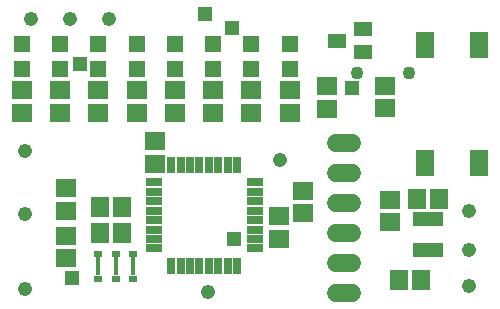
<source format=gts>
G75*
G70*
%OFA0B0*%
%FSLAX24Y24*%
%IPPOS*%
%LPD*%
%AMOC8*
5,1,8,0,0,1.08239X$1,22.5*
%
%ADD10R,0.0671X0.0592*%
%ADD11R,0.0552X0.0552*%
%ADD12C,0.0600*%
%ADD13R,0.0580X0.0300*%
%ADD14R,0.0300X0.0580*%
%ADD15R,0.0592X0.0671*%
%ADD16R,0.0631X0.0907*%
%ADD17R,0.0198X0.0474*%
%ADD18R,0.0315X0.0197*%
%ADD19R,0.0157X0.0630*%
%ADD20R,0.0631X0.0474*%
%ADD21C,0.0434*%
%ADD22R,0.0476X0.0476*%
%ADD23C,0.0476*%
D10*
X002742Y002016D03*
X002742Y002764D03*
X002742Y003609D03*
X002742Y004357D03*
X002542Y006876D03*
X002542Y007624D03*
X003817Y007624D03*
X003817Y006876D03*
X005092Y006876D03*
X005092Y007624D03*
X006367Y007624D03*
X006367Y006876D03*
X005692Y005924D03*
X005692Y005176D03*
X007642Y006876D03*
X007642Y007624D03*
X008917Y007624D03*
X008917Y006876D03*
X010192Y006876D03*
X010192Y007624D03*
X011442Y007749D03*
X011442Y007001D03*
X013352Y007026D03*
X013352Y007774D03*
X010642Y004274D03*
X010642Y003526D03*
X009842Y003424D03*
X009842Y002676D03*
X013542Y003226D03*
X013542Y003974D03*
X001267Y006876D03*
X001267Y007624D03*
D11*
X001267Y008337D03*
X001267Y009163D03*
X002542Y009163D03*
X002542Y008337D03*
X003817Y008337D03*
X003817Y009163D03*
X005092Y009163D03*
X005092Y008337D03*
X006367Y008337D03*
X006367Y009163D03*
X007642Y009163D03*
X007642Y008337D03*
X008917Y008337D03*
X008917Y009163D03*
X010192Y009163D03*
X010192Y008337D03*
D12*
X011732Y005875D02*
X012252Y005875D01*
X012252Y004875D02*
X011732Y004875D01*
X011732Y003875D02*
X012252Y003875D01*
X012252Y002875D02*
X011732Y002875D01*
X011732Y001875D02*
X012252Y001875D01*
X012252Y000875D02*
X011732Y000875D01*
D13*
X009032Y002348D03*
X009032Y002663D03*
X009032Y002978D03*
X009032Y003293D03*
X009032Y003607D03*
X009032Y003922D03*
X009032Y004237D03*
X009032Y004552D03*
X005652Y004552D03*
X005652Y004237D03*
X005652Y003922D03*
X005652Y003607D03*
X005652Y003293D03*
X005652Y002978D03*
X005652Y002663D03*
X005652Y002348D03*
D14*
X006239Y001760D03*
X006554Y001760D03*
X006869Y001760D03*
X007184Y001760D03*
X007499Y001760D03*
X007814Y001760D03*
X008129Y001760D03*
X008444Y001760D03*
X008444Y005140D03*
X008129Y005140D03*
X007814Y005140D03*
X007499Y005140D03*
X007184Y005140D03*
X006869Y005140D03*
X006554Y005140D03*
X006239Y005140D03*
D15*
X004616Y003725D03*
X003868Y003725D03*
X003868Y002875D03*
X004616Y002875D03*
X013818Y001300D03*
X014566Y001300D03*
X014418Y004000D03*
X015166Y004000D03*
D16*
X014716Y005181D03*
X016487Y005181D03*
X016487Y009119D03*
X014716Y009119D03*
D17*
X014792Y003339D03*
X014989Y003339D03*
X015185Y003339D03*
X014595Y003339D03*
X014398Y003339D03*
X014398Y002284D03*
X014595Y002284D03*
X014792Y002284D03*
X014989Y002284D03*
X015185Y002284D03*
D18*
X004982Y002163D03*
X004392Y002163D03*
X003801Y002163D03*
X003801Y001337D03*
X004392Y001337D03*
X004982Y001337D03*
D19*
X004982Y001750D03*
X004392Y001750D03*
X003801Y001750D03*
D20*
X011784Y009275D03*
X012650Y008901D03*
X012650Y009649D03*
D21*
X012426Y008200D03*
X014158Y008200D03*
D22*
X012267Y007700D03*
X008267Y009700D03*
X007367Y010150D03*
X003192Y008500D03*
X008342Y002650D03*
X002942Y001350D03*
D23*
X001367Y001000D03*
X001367Y003500D03*
X001367Y005600D03*
X001567Y010000D03*
X002867Y010000D03*
X004167Y010000D03*
X009867Y005300D03*
X007467Y000900D03*
X016167Y001100D03*
X016167Y002300D03*
X016167Y003600D03*
M02*

</source>
